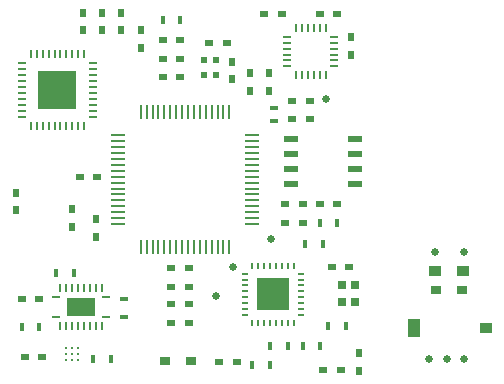
<source format=gbr>
G04 #@! TF.FileFunction,Paste,Top*
%FSLAX46Y46*%
G04 Gerber Fmt 4.6, Leading zero omitted, Abs format (unit mm)*
G04 Created by KiCad (PCBNEW 0.201509141501+6196~30~ubuntu14.04.1-product) date to 17. syyskuuta 2015 00.36.38*
%MOMM*%
G01*
G04 APERTURE LIST*
%ADD10C,0.100000*%
%ADD11R,0.240000X0.680000*%
%ADD12R,0.680000X0.240000*%
%ADD13R,2.400000X1.600000*%
%ADD14R,0.600000X0.640000*%
%ADD15R,0.640000X0.600000*%
%ADD16R,0.960000X0.720000*%
%ADD17R,0.400000X0.720000*%
%ADD18R,0.720000X0.400000*%
%ADD19R,1.200000X0.240000*%
%ADD20R,0.240000X1.200000*%
%ADD21C,0.240000*%
%ADD22R,1.240000X0.480000*%
%ADD23R,0.800000X0.400000*%
%ADD24R,0.520000X0.600000*%
%ADD25R,0.640000X0.720000*%
%ADD26O,0.720000X0.200000*%
%ADD27O,0.200000X0.720000*%
%ADD28R,3.320000X3.320000*%
%ADD29C,0.640000*%
%ADD30R,0.240000X0.560000*%
%ADD31R,0.560000X0.240000*%
%ADD32R,2.720000X2.720000*%
%ADD33R,0.640000X0.280000*%
%ADD34R,0.280000X0.640000*%
%ADD35R,1.120000X0.960000*%
%ADD36R,1.120000X1.600000*%
%ADD37R,1.000000X0.880000*%
G04 APERTURE END LIST*
D10*
D11*
X75300000Y-44500000D03*
X75800000Y-44500000D03*
X76300000Y-44500000D03*
X76800000Y-44500000D03*
X77300000Y-44500000D03*
X77800000Y-44500000D03*
X78300000Y-44500000D03*
X78800000Y-44500000D03*
X78800000Y-47750000D03*
X78300000Y-47750000D03*
X77800000Y-47750000D03*
X77300000Y-47750000D03*
X76800000Y-47750000D03*
X76300000Y-47750000D03*
X75800000Y-47750000D03*
X75300000Y-47750000D03*
D12*
X74925000Y-45250000D03*
X74925000Y-47000000D03*
X79175000Y-45250000D03*
X79175000Y-47000000D03*
D13*
X77050000Y-46125000D03*
D14*
X91350000Y-27850000D03*
X91350000Y-26350000D03*
D15*
X78425000Y-35100000D03*
X76925000Y-35100000D03*
D14*
X76275000Y-37850000D03*
X76275000Y-39350000D03*
X78325000Y-38700000D03*
X78325000Y-40200000D03*
D15*
X83950000Y-26650000D03*
X85450000Y-26650000D03*
X83950000Y-25100000D03*
X85450000Y-25100000D03*
X83950000Y-23500000D03*
X85450000Y-23500000D03*
X84650000Y-42850000D03*
X86150000Y-42850000D03*
X84650000Y-44400000D03*
X86150000Y-44400000D03*
X84650000Y-45900000D03*
X86150000Y-45900000D03*
X84650000Y-47450000D03*
X86150000Y-47450000D03*
X72025000Y-45425000D03*
X73525000Y-45425000D03*
D14*
X71500000Y-37950000D03*
X71500000Y-36450000D03*
D15*
X73775000Y-50325000D03*
X72275000Y-50325000D03*
X96400000Y-28650000D03*
X94900000Y-28650000D03*
X96400000Y-30250000D03*
X94900000Y-30250000D03*
X89400000Y-23800000D03*
X87900000Y-23800000D03*
D14*
X89850000Y-25350000D03*
X89850000Y-26850000D03*
X99900000Y-24750000D03*
X99900000Y-23250000D03*
D15*
X97250000Y-21350000D03*
X98750000Y-21350000D03*
D14*
X93000000Y-27850000D03*
X93000000Y-26350000D03*
D15*
X94050000Y-21300000D03*
X92550000Y-21300000D03*
D14*
X77250000Y-22700000D03*
X77250000Y-21200000D03*
X78850000Y-22700000D03*
X78850000Y-21200000D03*
X80450000Y-22700000D03*
X80450000Y-21200000D03*
D15*
X98250000Y-42700000D03*
X99750000Y-42700000D03*
X94300000Y-37400000D03*
X95800000Y-37400000D03*
X98750000Y-37400000D03*
X97250000Y-37400000D03*
X94300000Y-39050000D03*
X95800000Y-39050000D03*
X97550000Y-51500000D03*
X99050000Y-51500000D03*
D14*
X100600000Y-51550000D03*
X100600000Y-50050000D03*
D15*
X90250000Y-50750000D03*
X88750000Y-50750000D03*
D16*
X84150000Y-50700000D03*
X86350000Y-50700000D03*
D14*
X82150000Y-22700000D03*
X82150000Y-24200000D03*
D17*
X72025000Y-47800000D03*
X73525000Y-47800000D03*
X97250000Y-39050000D03*
X98750000Y-39050000D03*
X96000000Y-40750000D03*
X97500000Y-40750000D03*
X91550000Y-51050000D03*
X93050000Y-51050000D03*
X93050000Y-49400000D03*
X94550000Y-49400000D03*
X97300000Y-49400000D03*
X95800000Y-49400000D03*
X83950000Y-21850000D03*
X85450000Y-21850000D03*
X74925000Y-43225000D03*
X76425000Y-43225000D03*
D18*
X80700000Y-45450000D03*
X80700000Y-46950000D03*
D17*
X78075000Y-50500000D03*
X79575000Y-50500000D03*
X99450000Y-47700000D03*
X97950000Y-47700000D03*
D19*
X91550000Y-39100000D03*
X91550000Y-38600000D03*
X91550000Y-38100000D03*
X91550000Y-37600000D03*
X91550000Y-37100000D03*
X91550000Y-36600000D03*
X91550000Y-36100000D03*
X91550000Y-35600000D03*
X91550000Y-35100000D03*
X91550000Y-34600000D03*
X91550000Y-34100000D03*
X91550000Y-33600000D03*
X91550000Y-33100000D03*
X91550000Y-32600000D03*
X91550000Y-32100000D03*
X91550000Y-31600000D03*
D20*
X89600000Y-29650000D03*
X89100000Y-29650000D03*
X88600000Y-29650000D03*
X88100000Y-29650000D03*
X87600000Y-29650000D03*
X87100000Y-29650000D03*
X86600000Y-29650000D03*
X86100000Y-29650000D03*
X85600000Y-29650000D03*
X85100000Y-29650000D03*
X84600000Y-29650000D03*
X84100000Y-29650000D03*
X83600000Y-29650000D03*
X83100000Y-29650000D03*
X82600000Y-29650000D03*
X82100000Y-29650000D03*
D19*
X80150000Y-31600000D03*
X80150000Y-32100000D03*
X80150000Y-32600000D03*
X80150000Y-33100000D03*
X80150000Y-33600000D03*
X80150000Y-34100000D03*
X80150000Y-34600000D03*
X80150000Y-35100000D03*
X80150000Y-35600000D03*
X80150000Y-36100000D03*
X80150000Y-36600000D03*
X80150000Y-37100000D03*
X80150000Y-37600000D03*
X80150000Y-38100000D03*
X80150000Y-38600000D03*
X80150000Y-39100000D03*
D20*
X82100000Y-41050000D03*
X82600000Y-41050000D03*
X83100000Y-41050000D03*
X83600000Y-41050000D03*
X84100000Y-41050000D03*
X84600000Y-41050000D03*
X85100000Y-41050000D03*
X85600000Y-41050000D03*
X86100000Y-41050000D03*
X86600000Y-41050000D03*
X87100000Y-41050000D03*
X87600000Y-41050000D03*
X88100000Y-41050000D03*
X88600000Y-41050000D03*
X89100000Y-41050000D03*
X89600000Y-41050000D03*
D21*
X76800000Y-50575000D03*
X76800000Y-50075000D03*
X76800000Y-49575000D03*
X76300000Y-50575000D03*
X76300000Y-50075000D03*
X76300000Y-49575000D03*
X75800000Y-50575000D03*
X75800000Y-50075000D03*
X75800000Y-49575000D03*
D22*
X94800000Y-31895000D03*
X94800000Y-33165000D03*
X94800000Y-34435000D03*
X94800000Y-35705000D03*
X100200000Y-35705000D03*
X100200000Y-34435000D03*
X100200000Y-33165000D03*
X100200000Y-31895000D03*
D23*
X93350000Y-29300000D03*
X93350000Y-30400000D03*
D24*
X88450000Y-25200000D03*
X88450000Y-26500000D03*
X87450000Y-25200000D03*
X87450000Y-26500000D03*
D25*
X99100000Y-45700000D03*
X99100000Y-44300000D03*
X100200000Y-45700000D03*
X100200000Y-44300000D03*
D26*
X72035000Y-25500000D03*
X72035000Y-26000000D03*
X72035000Y-26500000D03*
X72035000Y-27000000D03*
X72035000Y-27500000D03*
X72035000Y-28000000D03*
X72035000Y-28500000D03*
X72035000Y-29000000D03*
X72035000Y-29500000D03*
X72035000Y-30000000D03*
D27*
X72800000Y-30765000D03*
X73300000Y-30765000D03*
X73800000Y-30765000D03*
X74300000Y-30765000D03*
X74800000Y-30765000D03*
X75300000Y-30765000D03*
X75800000Y-30765000D03*
X76300000Y-30765000D03*
X76800000Y-30765000D03*
X77300000Y-30765000D03*
D26*
X78065000Y-30000000D03*
X78065000Y-29500000D03*
X78065000Y-29000000D03*
X78065000Y-28500000D03*
X78065000Y-28000000D03*
X78065000Y-27500000D03*
X78065000Y-27000000D03*
X78065000Y-26500000D03*
X78065000Y-26000000D03*
X78065000Y-25500000D03*
D27*
X77300000Y-24735000D03*
X76800000Y-24735000D03*
X76300000Y-24735000D03*
X75800000Y-24735000D03*
X75300000Y-24735000D03*
X74800000Y-24735000D03*
X74300000Y-24735000D03*
X73800000Y-24735000D03*
X73300000Y-24735000D03*
X72800000Y-24735000D03*
D28*
X75050000Y-27750000D03*
D29*
X88450000Y-45200000D03*
X97750000Y-28550000D03*
X93100000Y-40400000D03*
X89950000Y-42700000D03*
X109500000Y-50500000D03*
X108000000Y-50500000D03*
X106500000Y-50500000D03*
X107000000Y-41500000D03*
X109500000Y-41500000D03*
D30*
X95050000Y-42650000D03*
X94550000Y-42650000D03*
X94050000Y-42650000D03*
X93550000Y-42650000D03*
X93050000Y-42650000D03*
X92550000Y-42650000D03*
X92050000Y-42650000D03*
X91550000Y-42650000D03*
X91550000Y-47450000D03*
X92050000Y-47450000D03*
X92550000Y-47450000D03*
X93050000Y-47450000D03*
X93550000Y-47450000D03*
X94050000Y-47450000D03*
X94550000Y-47450000D03*
X95050000Y-47450000D03*
D31*
X90900000Y-43300000D03*
X90900000Y-43800000D03*
X90900000Y-44300000D03*
X90900000Y-44800000D03*
X90900000Y-45300000D03*
X90900000Y-45800000D03*
X90900000Y-46300000D03*
X90900000Y-46800000D03*
X95700000Y-46800000D03*
X95700000Y-46300000D03*
X95700000Y-45800000D03*
X95700000Y-45300000D03*
X95700000Y-44800000D03*
X95700000Y-44300000D03*
X95700000Y-43800000D03*
X95700000Y-43300000D03*
D32*
X93300000Y-45050000D03*
D33*
X98500000Y-25750000D03*
X98500000Y-25250000D03*
X98500000Y-24750000D03*
X98500000Y-24250000D03*
X98500000Y-23750000D03*
X98500000Y-23250000D03*
X94500000Y-23250000D03*
X94500000Y-23750000D03*
X94500000Y-24250000D03*
X94500000Y-24750000D03*
X94500000Y-25250000D03*
X94500000Y-25750000D03*
D34*
X96250000Y-26500000D03*
X96750000Y-26500000D03*
X97250000Y-26500000D03*
X95750000Y-26500000D03*
X97750000Y-26500000D03*
X95250000Y-26500000D03*
X97750000Y-22500000D03*
X97250000Y-22500000D03*
X96750000Y-22500000D03*
X96250000Y-22500000D03*
X95750000Y-22500000D03*
X95250000Y-22500000D03*
D35*
X111300000Y-47900000D03*
D36*
X105200000Y-47900000D03*
D16*
X107100000Y-44700000D03*
X109300000Y-44700000D03*
D37*
X109400000Y-43050000D03*
X107050000Y-43050000D03*
M02*

</source>
